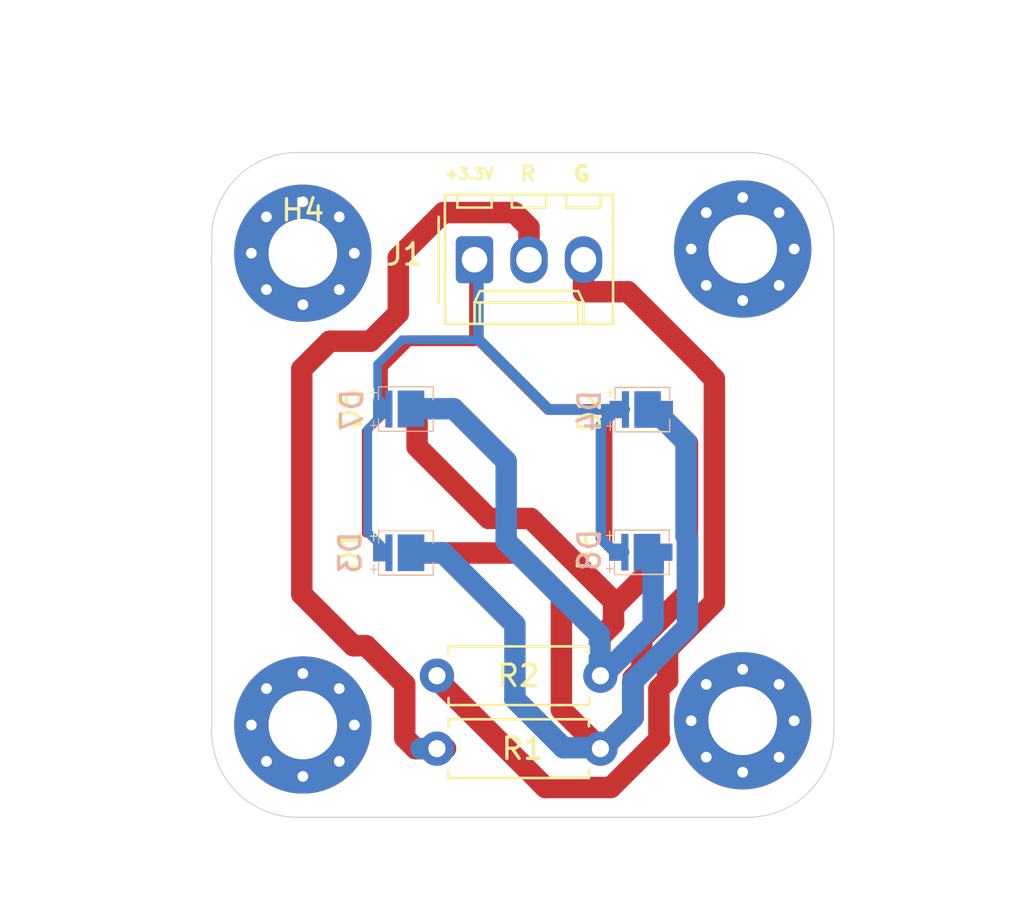
<source format=kicad_pcb>
(kicad_pcb (version 20171130) (host pcbnew "(5.1.9)-1")

  (general
    (thickness 1.6)
    (drawings 17)
    (tracks 117)
    (zones 0)
    (modules 15)
    (nets 10)
  )

  (page A4)
  (layers
    (0 F.Cu jumper)
    (31 B.Cu signal)
    (32 B.Adhes user)
    (33 F.Adhes user)
    (34 B.Paste user)
    (35 F.Paste user)
    (36 B.SilkS user)
    (37 F.SilkS user)
    (38 B.Mask user)
    (39 F.Mask user)
    (40 Dwgs.User user)
    (41 Cmts.User user)
    (42 Eco1.User user)
    (43 Eco2.User user)
    (44 Edge.Cuts user)
    (45 Margin user)
    (46 B.CrtYd user)
    (47 F.CrtYd user)
    (48 B.Fab user hide)
    (49 F.Fab user hide)
  )

  (setup
    (last_trace_width 0.5)
    (user_trace_width 0.3)
    (user_trace_width 0.4)
    (user_trace_width 0.5)
    (user_trace_width 0.75)
    (user_trace_width 1)
    (trace_clearance 0.2)
    (zone_clearance 0.208)
    (zone_45_only no)
    (trace_min 0.2)
    (via_size 0.8)
    (via_drill 0.4)
    (via_min_size 0.4)
    (via_min_drill 0.3)
    (uvia_size 0.3)
    (uvia_drill 0.1)
    (uvias_allowed no)
    (uvia_min_size 0.2)
    (uvia_min_drill 0.1)
    (edge_width 0.05)
    (segment_width 0.2)
    (pcb_text_width 0.3)
    (pcb_text_size 1.5 1.5)
    (mod_edge_width 0.12)
    (mod_text_size 1 1)
    (mod_text_width 0.15)
    (pad_size 1.524 1.524)
    (pad_drill 0.762)
    (pad_to_mask_clearance 0)
    (aux_axis_origin 0 0)
    (visible_elements 7FFFFFFF)
    (pcbplotparams
      (layerselection 0x010f0_ffffffff)
      (usegerberextensions true)
      (usegerberattributes true)
      (usegerberadvancedattributes true)
      (creategerberjobfile false)
      (excludeedgelayer true)
      (linewidth 0.100000)
      (plotframeref false)
      (viasonmask false)
      (mode 1)
      (useauxorigin false)
      (hpglpennumber 1)
      (hpglpenspeed 20)
      (hpglpendiameter 15.000000)
      (psnegative false)
      (psa4output false)
      (plotreference true)
      (plotvalue false)
      (plotinvisibletext false)
      (padsonsilk true)
      (subtractmaskfromsilk false)
      (outputformat 1)
      (mirror false)
      (drillshape 0)
      (scaleselection 1)
      (outputdirectory "Gerbers/"))
  )

  (net 0 "")
  (net 1 "Net-(D1-Pad1)")
  (net 2 +3V3)
  (net 3 "Net-(D5-Pad1)")
  (net 4 "Net-(H1-Pad1)")
  (net 5 "Net-(H2-Pad1)")
  (net 6 "Net-(H3-Pad1)")
  (net 7 "Net-(H4-Pad1)")
  (net 8 Path_Red)
  (net 9 Path_Green)

  (net_class Default "This is the default net class."
    (clearance 0.2)
    (trace_width 0.25)
    (via_dia 0.8)
    (via_drill 0.4)
    (uvia_dia 0.3)
    (uvia_drill 0.1)
    (add_net +3V3)
    (add_net "Net-(D1-Pad1)")
    (add_net "Net-(D5-Pad1)")
    (add_net "Net-(H1-Pad1)")
    (add_net "Net-(H2-Pad1)")
    (add_net "Net-(H3-Pad1)")
    (add_net "Net-(H4-Pad1)")
    (add_net Path_Green)
    (add_net Path_Red)
  )

  (module Resistor_THT:R_Axial_DIN0207_L6.3mm_D2.5mm_P7.62mm_Horizontal (layer F.Cu) (tedit 5AE5139B) (tstamp 6077B08A)
    (at 125.5 65.4)
    (descr "Resistor, Axial_DIN0207 series, Axial, Horizontal, pin pitch=7.62mm, 0.25W = 1/4W, length*diameter=6.3*2.5mm^2, http://cdn-reichelt.de/documents/datenblatt/B400/1_4W%23YAG.pdf")
    (tags "Resistor Axial_DIN0207 series Axial Horizontal pin pitch 7.62mm 0.25W = 1/4W length 6.3mm diameter 2.5mm")
    (path /607D10A5)
    (fp_text reference R2 (at 3.8 0 180) (layer F.SilkS)
      (effects (font (size 1 1) (thickness 0.15)))
    )
    (fp_text value 22 (at 3.81 2.37) (layer F.Fab)
      (effects (font (size 1 1) (thickness 0.15)))
    )
    (fp_line (start 0.66 -1.25) (end 0.66 1.25) (layer F.Fab) (width 0.1))
    (fp_line (start 0.66 1.25) (end 6.96 1.25) (layer F.Fab) (width 0.1))
    (fp_line (start 6.96 1.25) (end 6.96 -1.25) (layer F.Fab) (width 0.1))
    (fp_line (start 6.96 -1.25) (end 0.66 -1.25) (layer F.Fab) (width 0.1))
    (fp_line (start 0 0) (end 0.66 0) (layer F.Fab) (width 0.1))
    (fp_line (start 7.62 0) (end 6.96 0) (layer F.Fab) (width 0.1))
    (fp_line (start 0.54 -1.04) (end 0.54 -1.37) (layer F.SilkS) (width 0.12))
    (fp_line (start 0.54 -1.37) (end 7.08 -1.37) (layer F.SilkS) (width 0.12))
    (fp_line (start 7.08 -1.37) (end 7.08 -1.04) (layer F.SilkS) (width 0.12))
    (fp_line (start 0.54 1.04) (end 0.54 1.37) (layer F.SilkS) (width 0.12))
    (fp_line (start 0.54 1.37) (end 7.08 1.37) (layer F.SilkS) (width 0.12))
    (fp_line (start 7.08 1.37) (end 7.08 1.04) (layer F.SilkS) (width 0.12))
    (fp_line (start -1.05 -1.5) (end -1.05 1.5) (layer F.CrtYd) (width 0.05))
    (fp_line (start -1.05 1.5) (end 8.67 1.5) (layer F.CrtYd) (width 0.05))
    (fp_line (start 8.67 1.5) (end 8.67 -1.5) (layer F.CrtYd) (width 0.05))
    (fp_line (start 8.67 -1.5) (end -1.05 -1.5) (layer F.CrtYd) (width 0.05))
    (fp_text user %R (at 3.81 0) (layer F.Fab)
      (effects (font (size 1 1) (thickness 0.15)))
    )
    (pad 2 thru_hole oval (at 7.62 0) (size 1.6 1.6) (drill 0.8) (layers *.Cu *.Mask)
      (net 3 "Net-(D5-Pad1)"))
    (pad 1 thru_hole circle (at 0 0) (size 1.6 1.6) (drill 0.8) (layers *.Cu *.Mask)
      (net 9 Path_Green))
    (model ${KISYS3DMOD}/Resistor_THT.3dshapes/R_Axial_DIN0207_L6.3mm_D2.5mm_P7.62mm_Horizontal.wrl
      (at (xyz 0 0 0))
      (scale (xyz 1 1 1))
      (rotate (xyz 0 0 0))
    )
  )

  (module "TSAL_LEDS_FOOTPRINT:LED_KT DDLM31.13" (layer F.Cu) (tedit 612E9B78) (tstamp 6077AFD2)
    (at 123.95 53 90)
    (path /607D10AB)
    (fp_text reference D5 (at 0.041 -2.5126 90) (layer F.SilkS)
      (effects (font (size 1 1) (thickness 0.15)))
    )
    (fp_text value LED (at 0 3.42 90) (layer F.Fab)
      (effects (font (size 1 1) (thickness 0.15)))
    )
    (fp_line (start 0.8 -1.55) (end 0.8 -1.25) (layer F.SilkS) (width 0.05))
    (fp_line (start 0.575 -1.4) (end 1 -1.4) (layer F.SilkS) (width 0.05))
    (fp_line (start 1.075 1.375) (end 0.475 1.375) (layer F.SilkS) (width 0.05))
    (fp_line (start 1.075 -1.175) (end 1.075 1.375) (layer F.SilkS) (width 0.05))
    (fp_line (start 0.475 -1.175) (end 1.075 -1.175) (layer F.SilkS) (width 0.05))
    (fp_line (start -1 1.375) (end -0.45 1.375) (layer F.SilkS) (width 0.05))
    (fp_line (start -1 -1.175) (end -1 1.375) (layer F.SilkS) (width 0.05))
    (fp_line (start -0.45 -1.175) (end -1 -1.175) (layer F.SilkS) (width 0.05))
    (fp_line (start 0.8 -1.55) (end 0.8 -1.25) (layer F.Fab) (width 0.05))
    (fp_line (start 0.6 -1.4) (end 1 -1.4) (layer F.Fab) (width 0.05))
    (fp_line (start 0.875 1.3) (end 1 1.3) (layer F.Fab) (width 0.05))
    (fp_line (start -0.85 -1.1) (end -0.925 -1.1) (layer F.Fab) (width 0.05))
    (fp_circle (center 0 0) (end 0.6 0) (layer F.Fab) (width 0.05))
    (fp_line (start -0.925 1.3) (end -0.925 -1.1) (layer F.Fab) (width 0.05))
    (fp_line (start 0.875 1.3) (end -0.925 1.3) (layer F.Fab) (width 0.05))
    (fp_line (start 1 -1.1) (end 1 1.3) (layer F.Fab) (width 0.05))
    (fp_line (start -0.85 -1.1) (end 1 -1.1) (layer F.Fab) (width 0.05))
    (fp_line (start -1.075 1.775) (end -1.075 -1.625) (layer F.CrtYd) (width 0.05))
    (fp_line (start 1.15 1.775) (end -1.075 1.775) (layer F.CrtYd) (width 0.05))
    (fp_line (start 1.15 -1.625) (end 1.15 1.775) (layer F.CrtYd) (width 0.05))
    (fp_line (start -1.075 -1.625) (end 1.15 -1.625) (layer F.CrtYd) (width 0.05))
    (pad 2 smd custom (at 0.025 -0.725 90) (size 0.8 0.4) (layers F.Cu F.Paste F.Mask)
      (net 2 +3V3) (zone_connect 0)
      (options (clearance outline) (anchor rect))
      (primitives
        (gr_poly (pts
           (xy -0.85 0.2) (xy 0.85 0.2) (xy 0.85 -0.13) (xy 0.4 -0.13) (xy 0.4 -0.7)
           (xy -0.4 -0.7) (xy -0.4 -0.13) (xy -0.85 -0.13)) (width 0))
      ))
    (pad 1 smd custom (at 0.025 0.625 90) (size 0.7 0.6) (layers F.Cu F.Paste F.Mask)
      (net 3 "Net-(D5-Pad1)") (zone_connect 0)
      (options (clearance outline) (anchor rect))
      (primitives
        (gr_poly (pts
           (xy -0.85 -0.9) (xy 0.85 -0.9) (xy 0.85 0.33) (xy 0.4 0.33) (xy 0.4 0.9)
           (xy -0.4 0.9) (xy -0.4 0.33) (xy -0.85 0.33)) (width 0))
      ))
  )

  (module "TSAL_LEDS_FOOTPRINT:LED_KT DDLM31.13" (layer B.Cu) (tedit 612E9B78) (tstamp 6077AFF4)
    (at 123.95 52.925 270)
    (path /607D10B7)
    (fp_text reference D7 (at 0.0848 2.4 90) (layer B.SilkS)
      (effects (font (size 1 1) (thickness 0.15)) (justify mirror))
    )
    (fp_text value LED (at 0 -3.42 90) (layer B.Fab)
      (effects (font (size 1 1) (thickness 0.15)) (justify mirror))
    )
    (fp_line (start 0.8 1.55) (end 0.8 1.25) (layer B.SilkS) (width 0.05))
    (fp_line (start 0.575 1.4) (end 1 1.4) (layer B.SilkS) (width 0.05))
    (fp_line (start 1.075 -1.375) (end 0.475 -1.375) (layer B.SilkS) (width 0.05))
    (fp_line (start 1.075 1.175) (end 1.075 -1.375) (layer B.SilkS) (width 0.05))
    (fp_line (start 0.475 1.175) (end 1.075 1.175) (layer B.SilkS) (width 0.05))
    (fp_line (start -1 -1.375) (end -0.45 -1.375) (layer B.SilkS) (width 0.05))
    (fp_line (start -1 1.175) (end -1 -1.375) (layer B.SilkS) (width 0.05))
    (fp_line (start -0.45 1.175) (end -1 1.175) (layer B.SilkS) (width 0.05))
    (fp_line (start 0.8 1.55) (end 0.8 1.25) (layer B.Fab) (width 0.05))
    (fp_line (start 0.6 1.4) (end 1 1.4) (layer B.Fab) (width 0.05))
    (fp_line (start 0.875 -1.3) (end 1 -1.3) (layer B.Fab) (width 0.05))
    (fp_line (start -0.85 1.1) (end -0.925 1.1) (layer B.Fab) (width 0.05))
    (fp_circle (center 0 0) (end 0.6 0) (layer B.Fab) (width 0.05))
    (fp_line (start -0.925 -1.3) (end -0.925 1.1) (layer B.Fab) (width 0.05))
    (fp_line (start 0.875 -1.3) (end -0.925 -1.3) (layer B.Fab) (width 0.05))
    (fp_line (start 1 1.1) (end 1 -1.3) (layer B.Fab) (width 0.05))
    (fp_line (start -0.85 1.1) (end 1 1.1) (layer B.Fab) (width 0.05))
    (fp_line (start -1.075 -1.775) (end -1.075 1.625) (layer B.CrtYd) (width 0.05))
    (fp_line (start 1.15 -1.775) (end -1.075 -1.775) (layer B.CrtYd) (width 0.05))
    (fp_line (start 1.15 1.625) (end 1.15 -1.775) (layer B.CrtYd) (width 0.05))
    (fp_line (start -1.075 1.625) (end 1.15 1.625) (layer B.CrtYd) (width 0.05))
    (pad 2 smd custom (at 0.025 0.725 270) (size 0.8 0.4) (layers B.Cu B.Paste B.Mask)
      (net 2 +3V3) (zone_connect 0)
      (options (clearance outline) (anchor rect))
      (primitives
        (gr_poly (pts
           (xy -0.85 -0.2) (xy 0.85 -0.2) (xy 0.85 0.13) (xy 0.4 0.13) (xy 0.4 0.7)
           (xy -0.4 0.7) (xy -0.4 0.13) (xy -0.85 0.13)) (width 0))
      ))
    (pad 1 smd custom (at 0.025 -0.625 270) (size 0.7 0.6) (layers B.Cu B.Paste B.Mask)
      (net 3 "Net-(D5-Pad1)") (zone_connect 0)
      (options (clearance outline) (anchor rect))
      (primitives
        (gr_poly (pts
           (xy -0.85 0.9) (xy 0.85 0.9) (xy 0.85 -0.33) (xy 0.4 -0.33) (xy 0.4 -0.9)
           (xy -0.4 -0.9) (xy -0.4 -0.33) (xy -0.85 -0.33)) (width 0))
      ))
  )

  (module "TSAL_LEDS_FOOTPRINT:LED_KT DDLM31.13" (layer B.Cu) (tedit 612E9B78) (tstamp 6077B005)
    (at 134.9502 59.6138 270)
    (path /607D10BD)
    (fp_text reference D8 (at -0.0762 2.3368 90) (layer B.SilkS)
      (effects (font (size 1 1) (thickness 0.15)) (justify mirror))
    )
    (fp_text value LED (at 0 -3.42 90) (layer B.Fab)
      (effects (font (size 1 1) (thickness 0.15)) (justify mirror))
    )
    (fp_line (start 0.8 1.55) (end 0.8 1.25) (layer B.SilkS) (width 0.05))
    (fp_line (start 0.575 1.4) (end 1 1.4) (layer B.SilkS) (width 0.05))
    (fp_line (start 1.075 -1.375) (end 0.475 -1.375) (layer B.SilkS) (width 0.05))
    (fp_line (start 1.075 1.175) (end 1.075 -1.375) (layer B.SilkS) (width 0.05))
    (fp_line (start 0.475 1.175) (end 1.075 1.175) (layer B.SilkS) (width 0.05))
    (fp_line (start -1 -1.375) (end -0.45 -1.375) (layer B.SilkS) (width 0.05))
    (fp_line (start -1 1.175) (end -1 -1.375) (layer B.SilkS) (width 0.05))
    (fp_line (start -0.45 1.175) (end -1 1.175) (layer B.SilkS) (width 0.05))
    (fp_line (start 0.8 1.55) (end 0.8 1.25) (layer B.Fab) (width 0.05))
    (fp_line (start 0.6 1.4) (end 1 1.4) (layer B.Fab) (width 0.05))
    (fp_line (start 0.875 -1.3) (end 1 -1.3) (layer B.Fab) (width 0.05))
    (fp_line (start -0.85 1.1) (end -0.925 1.1) (layer B.Fab) (width 0.05))
    (fp_circle (center 0 0) (end 0.6 0) (layer B.Fab) (width 0.05))
    (fp_line (start -0.925 -1.3) (end -0.925 1.1) (layer B.Fab) (width 0.05))
    (fp_line (start 0.875 -1.3) (end -0.925 -1.3) (layer B.Fab) (width 0.05))
    (fp_line (start 1 1.1) (end 1 -1.3) (layer B.Fab) (width 0.05))
    (fp_line (start -0.85 1.1) (end 1 1.1) (layer B.Fab) (width 0.05))
    (fp_line (start -1.075 -1.775) (end -1.075 1.625) (layer B.CrtYd) (width 0.05))
    (fp_line (start 1.15 -1.775) (end -1.075 -1.775) (layer B.CrtYd) (width 0.05))
    (fp_line (start 1.15 1.625) (end 1.15 -1.775) (layer B.CrtYd) (width 0.05))
    (fp_line (start -1.075 1.625) (end 1.15 1.625) (layer B.CrtYd) (width 0.05))
    (pad 2 smd custom (at 0.025 0.725 270) (size 0.8 0.4) (layers B.Cu B.Paste B.Mask)
      (net 2 +3V3) (zone_connect 0)
      (options (clearance outline) (anchor rect))
      (primitives
        (gr_poly (pts
           (xy -0.85 -0.2) (xy 0.85 -0.2) (xy 0.85 0.13) (xy 0.4 0.13) (xy 0.4 0.7)
           (xy -0.4 0.7) (xy -0.4 0.13) (xy -0.85 0.13)) (width 0))
      ))
    (pad 1 smd custom (at 0.025 -0.625 270) (size 0.7 0.6) (layers B.Cu B.Paste B.Mask)
      (net 3 "Net-(D5-Pad1)") (zone_connect 0)
      (options (clearance outline) (anchor rect))
      (primitives
        (gr_poly (pts
           (xy -0.85 0.9) (xy 0.85 0.9) (xy 0.85 -0.33) (xy 0.4 -0.33) (xy 0.4 -0.9)
           (xy -0.4 -0.9) (xy -0.4 -0.33) (xy -0.85 -0.33)) (width 0))
      ))
  )

  (module "TSAL_LEDS_FOOTPRINT:LED_KT DDLM31.13" (layer F.Cu) (tedit 612E9B78) (tstamp 612F1051)
    (at 134.9502 59.6642 90)
    (path /607D10B1)
    (fp_text reference D6 (at 0.1266 -2.3622 90) (layer F.SilkS)
      (effects (font (size 1 1) (thickness 0.15)))
    )
    (fp_text value LED (at 0 3.42 90) (layer F.Fab)
      (effects (font (size 1 1) (thickness 0.15)))
    )
    (fp_line (start 0.8 -1.55) (end 0.8 -1.25) (layer F.SilkS) (width 0.05))
    (fp_line (start 0.575 -1.4) (end 1 -1.4) (layer F.SilkS) (width 0.05))
    (fp_line (start 1.075 1.375) (end 0.475 1.375) (layer F.SilkS) (width 0.05))
    (fp_line (start 1.075 -1.175) (end 1.075 1.375) (layer F.SilkS) (width 0.05))
    (fp_line (start 0.475 -1.175) (end 1.075 -1.175) (layer F.SilkS) (width 0.05))
    (fp_line (start -1 1.375) (end -0.45 1.375) (layer F.SilkS) (width 0.05))
    (fp_line (start -1 -1.175) (end -1 1.375) (layer F.SilkS) (width 0.05))
    (fp_line (start -0.45 -1.175) (end -1 -1.175) (layer F.SilkS) (width 0.05))
    (fp_line (start 0.8 -1.55) (end 0.8 -1.25) (layer F.Fab) (width 0.05))
    (fp_line (start 0.6 -1.4) (end 1 -1.4) (layer F.Fab) (width 0.05))
    (fp_line (start 0.875 1.3) (end 1 1.3) (layer F.Fab) (width 0.05))
    (fp_line (start -0.85 -1.1) (end -0.925 -1.1) (layer F.Fab) (width 0.05))
    (fp_circle (center 0 0) (end 0.6 0) (layer F.Fab) (width 0.05))
    (fp_line (start -0.925 1.3) (end -0.925 -1.1) (layer F.Fab) (width 0.05))
    (fp_line (start 0.875 1.3) (end -0.925 1.3) (layer F.Fab) (width 0.05))
    (fp_line (start 1 -1.1) (end 1 1.3) (layer F.Fab) (width 0.05))
    (fp_line (start -0.85 -1.1) (end 1 -1.1) (layer F.Fab) (width 0.05))
    (fp_line (start -1.075 1.775) (end -1.075 -1.625) (layer F.CrtYd) (width 0.05))
    (fp_line (start 1.15 1.775) (end -1.075 1.775) (layer F.CrtYd) (width 0.05))
    (fp_line (start 1.15 -1.625) (end 1.15 1.775) (layer F.CrtYd) (width 0.05))
    (fp_line (start -1.075 -1.625) (end 1.15 -1.625) (layer F.CrtYd) (width 0.05))
    (pad 2 smd custom (at 0.025 -0.725 90) (size 0.8 0.4) (layers F.Cu F.Paste F.Mask)
      (net 2 +3V3) (zone_connect 0)
      (options (clearance outline) (anchor rect))
      (primitives
        (gr_poly (pts
           (xy -0.85 0.2) (xy 0.85 0.2) (xy 0.85 -0.13) (xy 0.4 -0.13) (xy 0.4 -0.7)
           (xy -0.4 -0.7) (xy -0.4 -0.13) (xy -0.85 -0.13)) (width 0))
      ))
    (pad 1 smd custom (at 0.025 0.625 90) (size 0.7 0.6) (layers F.Cu F.Paste F.Mask)
      (net 3 "Net-(D5-Pad1)") (zone_connect 0)
      (options (clearance outline) (anchor rect))
      (primitives
        (gr_poly (pts
           (xy -0.85 -0.9) (xy 0.85 -0.9) (xy 0.85 0.33) (xy 0.4 0.33) (xy 0.4 0.9)
           (xy -0.4 0.9) (xy -0.4 0.33) (xy -0.85 0.33)) (width 0))
      ))
  )

  (module "TSAL_LEDS_FOOTPRINT:LED_KT DDLM31.13" (layer B.Cu) (tedit 612E9B78) (tstamp 6077AFC1)
    (at 134.9756 52.959 270)
    (path /6077F442)
    (fp_text reference D4 (at 0.1016 2.3622 90) (layer B.SilkS)
      (effects (font (size 1 1) (thickness 0.15)) (justify mirror))
    )
    (fp_text value LED (at 0 -3.42 90) (layer B.Fab)
      (effects (font (size 1 1) (thickness 0.15)) (justify mirror))
    )
    (fp_line (start 0.8 1.55) (end 0.8 1.25) (layer B.SilkS) (width 0.05))
    (fp_line (start 0.575 1.4) (end 1 1.4) (layer B.SilkS) (width 0.05))
    (fp_line (start 1.075 -1.375) (end 0.475 -1.375) (layer B.SilkS) (width 0.05))
    (fp_line (start 1.075 1.175) (end 1.075 -1.375) (layer B.SilkS) (width 0.05))
    (fp_line (start 0.475 1.175) (end 1.075 1.175) (layer B.SilkS) (width 0.05))
    (fp_line (start -1 -1.375) (end -0.45 -1.375) (layer B.SilkS) (width 0.05))
    (fp_line (start -1 1.175) (end -1 -1.375) (layer B.SilkS) (width 0.05))
    (fp_line (start -0.45 1.175) (end -1 1.175) (layer B.SilkS) (width 0.05))
    (fp_line (start 0.8 1.55) (end 0.8 1.25) (layer B.Fab) (width 0.05))
    (fp_line (start 0.6 1.4) (end 1 1.4) (layer B.Fab) (width 0.05))
    (fp_line (start 0.875 -1.3) (end 1 -1.3) (layer B.Fab) (width 0.05))
    (fp_line (start -0.85 1.1) (end -0.925 1.1) (layer B.Fab) (width 0.05))
    (fp_circle (center 0 0) (end 0.6 0) (layer B.Fab) (width 0.05))
    (fp_line (start -0.925 -1.3) (end -0.925 1.1) (layer B.Fab) (width 0.05))
    (fp_line (start 0.875 -1.3) (end -0.925 -1.3) (layer B.Fab) (width 0.05))
    (fp_line (start 1 1.1) (end 1 -1.3) (layer B.Fab) (width 0.05))
    (fp_line (start -0.85 1.1) (end 1 1.1) (layer B.Fab) (width 0.05))
    (fp_line (start -1.075 -1.775) (end -1.075 1.625) (layer B.CrtYd) (width 0.05))
    (fp_line (start 1.15 -1.775) (end -1.075 -1.775) (layer B.CrtYd) (width 0.05))
    (fp_line (start 1.15 1.625) (end 1.15 -1.775) (layer B.CrtYd) (width 0.05))
    (fp_line (start -1.075 1.625) (end 1.15 1.625) (layer B.CrtYd) (width 0.05))
    (pad 2 smd custom (at 0.025 0.725 270) (size 0.8 0.4) (layers B.Cu B.Paste B.Mask)
      (net 2 +3V3) (zone_connect 0)
      (options (clearance outline) (anchor rect))
      (primitives
        (gr_poly (pts
           (xy -0.85 -0.2) (xy 0.85 -0.2) (xy 0.85 0.13) (xy 0.4 0.13) (xy 0.4 0.7)
           (xy -0.4 0.7) (xy -0.4 0.13) (xy -0.85 0.13)) (width 0))
      ))
    (pad 1 smd custom (at 0.025 -0.625 270) (size 0.7 0.6) (layers B.Cu B.Paste B.Mask)
      (net 1 "Net-(D1-Pad1)") (zone_connect 0)
      (options (clearance outline) (anchor rect))
      (primitives
        (gr_poly (pts
           (xy -0.85 0.9) (xy 0.85 0.9) (xy 0.85 -0.33) (xy 0.4 -0.33) (xy 0.4 -0.9)
           (xy -0.4 -0.9) (xy -0.4 -0.33) (xy -0.85 -0.33)) (width 0))
      ))
  )

  (module "TSAL_LEDS_FOOTPRINT:LED_KT DDLM31.13" (layer B.Cu) (tedit 612E9B78) (tstamp 612F0E06)
    (at 123.952 59.6392 270)
    (path /6077F083)
    (fp_text reference D3 (at 0.0254 2.4892 90) (layer B.SilkS)
      (effects (font (size 1 1) (thickness 0.15)) (justify mirror))
    )
    (fp_text value LED (at 0 -3.42 90) (layer B.Fab)
      (effects (font (size 1 1) (thickness 0.15)) (justify mirror))
    )
    (fp_line (start 0.8 1.55) (end 0.8 1.25) (layer B.SilkS) (width 0.05))
    (fp_line (start 0.575 1.4) (end 1 1.4) (layer B.SilkS) (width 0.05))
    (fp_line (start 1.075 -1.375) (end 0.475 -1.375) (layer B.SilkS) (width 0.05))
    (fp_line (start 1.075 1.175) (end 1.075 -1.375) (layer B.SilkS) (width 0.05))
    (fp_line (start 0.475 1.175) (end 1.075 1.175) (layer B.SilkS) (width 0.05))
    (fp_line (start -1 -1.375) (end -0.45 -1.375) (layer B.SilkS) (width 0.05))
    (fp_line (start -1 1.175) (end -1 -1.375) (layer B.SilkS) (width 0.05))
    (fp_line (start -0.45 1.175) (end -1 1.175) (layer B.SilkS) (width 0.05))
    (fp_line (start 0.8 1.55) (end 0.8 1.25) (layer B.Fab) (width 0.05))
    (fp_line (start 0.6 1.4) (end 1 1.4) (layer B.Fab) (width 0.05))
    (fp_line (start 0.875 -1.3) (end 1 -1.3) (layer B.Fab) (width 0.05))
    (fp_line (start -0.85 1.1) (end -0.925 1.1) (layer B.Fab) (width 0.05))
    (fp_circle (center 0 0) (end 0.6 0) (layer B.Fab) (width 0.05))
    (fp_line (start -0.925 -1.3) (end -0.925 1.1) (layer B.Fab) (width 0.05))
    (fp_line (start 0.875 -1.3) (end -0.925 -1.3) (layer B.Fab) (width 0.05))
    (fp_line (start 1 1.1) (end 1 -1.3) (layer B.Fab) (width 0.05))
    (fp_line (start -0.85 1.1) (end 1 1.1) (layer B.Fab) (width 0.05))
    (fp_line (start -1.075 -1.775) (end -1.075 1.625) (layer B.CrtYd) (width 0.05))
    (fp_line (start 1.15 -1.775) (end -1.075 -1.775) (layer B.CrtYd) (width 0.05))
    (fp_line (start 1.15 1.625) (end 1.15 -1.775) (layer B.CrtYd) (width 0.05))
    (fp_line (start -1.075 1.625) (end 1.15 1.625) (layer B.CrtYd) (width 0.05))
    (pad 2 smd custom (at 0.025 0.725 270) (size 0.8 0.4) (layers B.Cu B.Paste B.Mask)
      (net 2 +3V3) (zone_connect 0)
      (options (clearance outline) (anchor rect))
      (primitives
        (gr_poly (pts
           (xy -0.85 -0.2) (xy 0.85 -0.2) (xy 0.85 0.13) (xy 0.4 0.13) (xy 0.4 0.7)
           (xy -0.4 0.7) (xy -0.4 0.13) (xy -0.85 0.13)) (width 0))
      ))
    (pad 1 smd custom (at 0.025 -0.625 270) (size 0.7 0.6) (layers B.Cu B.Paste B.Mask)
      (net 1 "Net-(D1-Pad1)") (zone_connect 0)
      (options (clearance outline) (anchor rect))
      (primitives
        (gr_poly (pts
           (xy -0.85 0.9) (xy 0.85 0.9) (xy 0.85 -0.33) (xy 0.4 -0.33) (xy 0.4 -0.9)
           (xy -0.4 -0.9) (xy -0.4 -0.33) (xy -0.85 -0.33)) (width 0))
      ))
  )

  (module "TSAL_LEDS_FOOTPRINT:LED_KT DDLM31.13" (layer F.Cu) (tedit 612E9B78) (tstamp 6077AF9F)
    (at 134.9756 53.0098 90)
    (path /6077E466)
    (fp_text reference D2 (at -0.0508 -2.3622 90) (layer F.SilkS)
      (effects (font (size 1 1) (thickness 0.15)))
    )
    (fp_text value LED (at 0 3.42 90) (layer F.Fab)
      (effects (font (size 1 1) (thickness 0.15)))
    )
    (fp_line (start 0.8 -1.55) (end 0.8 -1.25) (layer F.SilkS) (width 0.05))
    (fp_line (start 0.575 -1.4) (end 1 -1.4) (layer F.SilkS) (width 0.05))
    (fp_line (start 1.075 1.375) (end 0.475 1.375) (layer F.SilkS) (width 0.05))
    (fp_line (start 1.075 -1.175) (end 1.075 1.375) (layer F.SilkS) (width 0.05))
    (fp_line (start 0.475 -1.175) (end 1.075 -1.175) (layer F.SilkS) (width 0.05))
    (fp_line (start -1 1.375) (end -0.45 1.375) (layer F.SilkS) (width 0.05))
    (fp_line (start -1 -1.175) (end -1 1.375) (layer F.SilkS) (width 0.05))
    (fp_line (start -0.45 -1.175) (end -1 -1.175) (layer F.SilkS) (width 0.05))
    (fp_line (start 0.8 -1.55) (end 0.8 -1.25) (layer F.Fab) (width 0.05))
    (fp_line (start 0.6 -1.4) (end 1 -1.4) (layer F.Fab) (width 0.05))
    (fp_line (start 0.875 1.3) (end 1 1.3) (layer F.Fab) (width 0.05))
    (fp_line (start -0.85 -1.1) (end -0.925 -1.1) (layer F.Fab) (width 0.05))
    (fp_circle (center 0 0) (end 0.6 0) (layer F.Fab) (width 0.05))
    (fp_line (start -0.925 1.3) (end -0.925 -1.1) (layer F.Fab) (width 0.05))
    (fp_line (start 0.875 1.3) (end -0.925 1.3) (layer F.Fab) (width 0.05))
    (fp_line (start 1 -1.1) (end 1 1.3) (layer F.Fab) (width 0.05))
    (fp_line (start -0.85 -1.1) (end 1 -1.1) (layer F.Fab) (width 0.05))
    (fp_line (start -1.075 1.775) (end -1.075 -1.625) (layer F.CrtYd) (width 0.05))
    (fp_line (start 1.15 1.775) (end -1.075 1.775) (layer F.CrtYd) (width 0.05))
    (fp_line (start 1.15 -1.625) (end 1.15 1.775) (layer F.CrtYd) (width 0.05))
    (fp_line (start -1.075 -1.625) (end 1.15 -1.625) (layer F.CrtYd) (width 0.05))
    (pad 2 smd custom (at 0.025 -0.725 90) (size 0.8 0.4) (layers F.Cu F.Paste F.Mask)
      (net 2 +3V3) (zone_connect 0)
      (options (clearance outline) (anchor rect))
      (primitives
        (gr_poly (pts
           (xy -0.85 0.2) (xy 0.85 0.2) (xy 0.85 -0.13) (xy 0.4 -0.13) (xy 0.4 -0.7)
           (xy -0.4 -0.7) (xy -0.4 -0.13) (xy -0.85 -0.13)) (width 0))
      ))
    (pad 1 smd custom (at 0.025 0.625 90) (size 0.7 0.6) (layers F.Cu F.Paste F.Mask)
      (net 1 "Net-(D1-Pad1)") (zone_connect 0)
      (options (clearance outline) (anchor rect))
      (primitives
        (gr_poly (pts
           (xy -0.85 -0.9) (xy 0.85 -0.9) (xy 0.85 0.33) (xy 0.4 0.33) (xy 0.4 0.9)
           (xy -0.4 0.9) (xy -0.4 0.33) (xy -0.85 0.33)) (width 0))
      ))
  )

  (module "TSAL_LEDS_FOOTPRINT:LED_KT DDLM31.13" (layer F.Cu) (tedit 612E9B78) (tstamp 612F0E6F)
    (at 123.952 59.69 90)
    (path /60778BBD)
    (fp_text reference D1 (at 0.1016 -2.5146 90) (layer F.SilkS)
      (effects (font (size 1 1) (thickness 0.15)))
    )
    (fp_text value LED (at 0 3.42 90) (layer F.Fab)
      (effects (font (size 1 1) (thickness 0.15)))
    )
    (fp_line (start 0.8 -1.55) (end 0.8 -1.25) (layer F.SilkS) (width 0.05))
    (fp_line (start 0.575 -1.4) (end 1 -1.4) (layer F.SilkS) (width 0.05))
    (fp_line (start 1.075 1.375) (end 0.475 1.375) (layer F.SilkS) (width 0.05))
    (fp_line (start 1.075 -1.175) (end 1.075 1.375) (layer F.SilkS) (width 0.05))
    (fp_line (start 0.475 -1.175) (end 1.075 -1.175) (layer F.SilkS) (width 0.05))
    (fp_line (start -1 1.375) (end -0.45 1.375) (layer F.SilkS) (width 0.05))
    (fp_line (start -1 -1.175) (end -1 1.375) (layer F.SilkS) (width 0.05))
    (fp_line (start -0.45 -1.175) (end -1 -1.175) (layer F.SilkS) (width 0.05))
    (fp_line (start 0.8 -1.55) (end 0.8 -1.25) (layer F.Fab) (width 0.05))
    (fp_line (start 0.6 -1.4) (end 1 -1.4) (layer F.Fab) (width 0.05))
    (fp_line (start 0.875 1.3) (end 1 1.3) (layer F.Fab) (width 0.05))
    (fp_line (start -0.85 -1.1) (end -0.925 -1.1) (layer F.Fab) (width 0.05))
    (fp_circle (center 0 0) (end 0.6 0) (layer F.Fab) (width 0.05))
    (fp_line (start -0.925 1.3) (end -0.925 -1.1) (layer F.Fab) (width 0.05))
    (fp_line (start 0.875 1.3) (end -0.925 1.3) (layer F.Fab) (width 0.05))
    (fp_line (start 1 -1.1) (end 1 1.3) (layer F.Fab) (width 0.05))
    (fp_line (start -0.85 -1.1) (end 1 -1.1) (layer F.Fab) (width 0.05))
    (fp_line (start -1.075 1.775) (end -1.075 -1.625) (layer F.CrtYd) (width 0.05))
    (fp_line (start 1.15 1.775) (end -1.075 1.775) (layer F.CrtYd) (width 0.05))
    (fp_line (start 1.15 -1.625) (end 1.15 1.775) (layer F.CrtYd) (width 0.05))
    (fp_line (start -1.075 -1.625) (end 1.15 -1.625) (layer F.CrtYd) (width 0.05))
    (pad 2 smd custom (at 0.025 -0.725 90) (size 0.8 0.4) (layers F.Cu F.Paste F.Mask)
      (net 2 +3V3) (zone_connect 0)
      (options (clearance outline) (anchor rect))
      (primitives
        (gr_poly (pts
           (xy -0.85 0.2) (xy 0.85 0.2) (xy 0.85 -0.13) (xy 0.4 -0.13) (xy 0.4 -0.7)
           (xy -0.4 -0.7) (xy -0.4 -0.13) (xy -0.85 -0.13)) (width 0))
      ))
    (pad 1 smd custom (at 0.025 0.625 90) (size 0.7 0.6) (layers F.Cu F.Paste F.Mask)
      (net 1 "Net-(D1-Pad1)") (zone_connect 0)
      (options (clearance outline) (anchor rect))
      (primitives
        (gr_poly (pts
           (xy -0.85 -0.9) (xy 0.85 -0.9) (xy 0.85 0.33) (xy 0.4 0.33) (xy 0.4 0.9)
           (xy -0.4 0.9) (xy -0.4 0.33) (xy -0.85 0.33)) (width 0))
      ))
  )

  (module Connector_Molex:Molex_KK-254_AE-6410-03A_1x03_P2.54mm_Vertical (layer F.Cu) (tedit 5EA53D3B) (tstamp 6077BBB7)
    (at 127.25 46)
    (descr "Molex KK-254 Interconnect System, old/engineering part number: AE-6410-03A example for new part number: 22-27-2031, 3 Pins (http://www.molex.com/pdm_docs/sd/022272021_sd.pdf), generated with kicad-footprint-generator")
    (tags "connector Molex KK-254 vertical")
    (path /6079464C)
    (fp_text reference J1 (at -3.25 -0.25) (layer F.SilkS)
      (effects (font (size 1 1) (thickness 0.15)))
    )
    (fp_text value Conn_01x03 (at 2.54 4.08) (layer F.Fab)
      (effects (font (size 1 1) (thickness 0.15)))
    )
    (fp_line (start 6.85 -3.42) (end -1.77 -3.42) (layer F.CrtYd) (width 0.05))
    (fp_line (start 6.85 3.38) (end 6.85 -3.42) (layer F.CrtYd) (width 0.05))
    (fp_line (start -1.77 3.38) (end 6.85 3.38) (layer F.CrtYd) (width 0.05))
    (fp_line (start -1.77 -3.42) (end -1.77 3.38) (layer F.CrtYd) (width 0.05))
    (fp_line (start 5.88 -2.43) (end 5.88 -3.03) (layer F.SilkS) (width 0.12))
    (fp_line (start 4.28 -2.43) (end 5.88 -2.43) (layer F.SilkS) (width 0.12))
    (fp_line (start 4.28 -3.03) (end 4.28 -2.43) (layer F.SilkS) (width 0.12))
    (fp_line (start 3.34 -2.43) (end 3.34 -3.03) (layer F.SilkS) (width 0.12))
    (fp_line (start 1.74 -2.43) (end 3.34 -2.43) (layer F.SilkS) (width 0.12))
    (fp_line (start 1.74 -3.03) (end 1.74 -2.43) (layer F.SilkS) (width 0.12))
    (fp_line (start 0.8 -2.43) (end 0.8 -3.03) (layer F.SilkS) (width 0.12))
    (fp_line (start -0.8 -2.43) (end 0.8 -2.43) (layer F.SilkS) (width 0.12))
    (fp_line (start -0.8 -3.03) (end -0.8 -2.43) (layer F.SilkS) (width 0.12))
    (fp_line (start 4.83 2.99) (end 4.83 1.99) (layer F.SilkS) (width 0.12))
    (fp_line (start 0.25 2.99) (end 0.25 1.99) (layer F.SilkS) (width 0.12))
    (fp_line (start 4.83 1.46) (end 5.08 1.99) (layer F.SilkS) (width 0.12))
    (fp_line (start 0.25 1.46) (end 4.83 1.46) (layer F.SilkS) (width 0.12))
    (fp_line (start 0 1.99) (end 0.25 1.46) (layer F.SilkS) (width 0.12))
    (fp_line (start 5.08 1.99) (end 5.08 2.99) (layer F.SilkS) (width 0.12))
    (fp_line (start 0 1.99) (end 5.08 1.99) (layer F.SilkS) (width 0.12))
    (fp_line (start 0 2.99) (end 0 1.99) (layer F.SilkS) (width 0.12))
    (fp_line (start -0.562893 0) (end -1.27 0.5) (layer F.Fab) (width 0.1))
    (fp_line (start -1.27 -0.5) (end -0.562893 0) (layer F.Fab) (width 0.1))
    (fp_line (start -1.67 -2) (end -1.67 2) (layer F.SilkS) (width 0.12))
    (fp_line (start 6.46 -3.03) (end -1.38 -3.03) (layer F.SilkS) (width 0.12))
    (fp_line (start 6.46 2.99) (end 6.46 -3.03) (layer F.SilkS) (width 0.12))
    (fp_line (start -1.38 2.99) (end 6.46 2.99) (layer F.SilkS) (width 0.12))
    (fp_line (start -1.38 -3.03) (end -1.38 2.99) (layer F.SilkS) (width 0.12))
    (fp_line (start 6.35 -2.92) (end -1.27 -2.92) (layer F.Fab) (width 0.1))
    (fp_line (start 6.35 2.88) (end 6.35 -2.92) (layer F.Fab) (width 0.1))
    (fp_line (start -1.27 2.88) (end 6.35 2.88) (layer F.Fab) (width 0.1))
    (fp_line (start -1.27 -2.92) (end -1.27 2.88) (layer F.Fab) (width 0.1))
    (fp_text user %R (at 2.54 -2.22) (layer F.Fab)
      (effects (font (size 1 1) (thickness 0.15)))
    )
    (pad 3 thru_hole oval (at 5.08 0) (size 1.74 2.19) (drill 1.19) (layers *.Cu *.Mask)
      (net 9 Path_Green))
    (pad 2 thru_hole oval (at 2.54 0) (size 1.74 2.19) (drill 1.19) (layers *.Cu *.Mask)
      (net 8 Path_Red))
    (pad 1 thru_hole roundrect (at 0 0) (size 1.74 2.19) (drill 1.19) (layers *.Cu *.Mask) (roundrect_rratio 0.1436775862068966)
      (net 2 +3V3))
    (model ${KISYS3DMOD}/Connector_Molex.3dshapes/Molex_KK-254_AE-6410-03A_1x03_P2.54mm_Vertical.wrl
      (at (xyz 0 0 0))
      (scale (xyz 1 1 1))
      (rotate (xyz 0 0 0))
    )
  )

  (module MountingHole:MountingHole_3.2mm_M3_Pad_Via (layer F.Cu) (tedit 56DDBCCA) (tstamp 6077B025)
    (at 139.75 67.5)
    (descr "Mounting Hole 3.2mm, M3")
    (tags "mounting hole 3.2mm m3")
    (path /607D9688)
    (attr virtual)
    (fp_text reference H2 (at 0 -4.2) (layer F.SilkS) hide
      (effects (font (size 1 1) (thickness 0.15)))
    )
    (fp_text value MountingHole_Pad (at 0 4.2) (layer F.Fab)
      (effects (font (size 1 1) (thickness 0.15)))
    )
    (fp_circle (center 0 0) (end 3.2 0) (layer Cmts.User) (width 0.15))
    (fp_circle (center 0 0) (end 3.45 0) (layer F.CrtYd) (width 0.05))
    (fp_text user %R (at 0.3 0) (layer F.Fab)
      (effects (font (size 1 1) (thickness 0.15)))
    )
    (pad 1 thru_hole circle (at 1.697056 -1.697056) (size 0.8 0.8) (drill 0.5) (layers *.Cu *.Mask)
      (net 5 "Net-(H2-Pad1)"))
    (pad 1 thru_hole circle (at 0 -2.4) (size 0.8 0.8) (drill 0.5) (layers *.Cu *.Mask)
      (net 5 "Net-(H2-Pad1)"))
    (pad 1 thru_hole circle (at -1.697056 -1.697056) (size 0.8 0.8) (drill 0.5) (layers *.Cu *.Mask)
      (net 5 "Net-(H2-Pad1)"))
    (pad 1 thru_hole circle (at -2.4 0) (size 0.8 0.8) (drill 0.5) (layers *.Cu *.Mask)
      (net 5 "Net-(H2-Pad1)"))
    (pad 1 thru_hole circle (at -1.697056 1.697056) (size 0.8 0.8) (drill 0.5) (layers *.Cu *.Mask)
      (net 5 "Net-(H2-Pad1)"))
    (pad 1 thru_hole circle (at 0 2.4) (size 0.8 0.8) (drill 0.5) (layers *.Cu *.Mask)
      (net 5 "Net-(H2-Pad1)"))
    (pad 1 thru_hole circle (at 1.697056 1.697056) (size 0.8 0.8) (drill 0.5) (layers *.Cu *.Mask)
      (net 5 "Net-(H2-Pad1)"))
    (pad 1 thru_hole circle (at 2.4 0) (size 0.8 0.8) (drill 0.5) (layers *.Cu *.Mask)
      (net 5 "Net-(H2-Pad1)"))
    (pad 1 thru_hole circle (at 0 0) (size 6.4 6.4) (drill 3.2) (layers *.Cu *.Mask)
      (net 5 "Net-(H2-Pad1)"))
  )

  (module MountingHole:MountingHole_3.2mm_M3_Pad_Via (layer F.Cu) (tedit 56DDBCCA) (tstamp 60A2BF60)
    (at 139.75 45.5)
    (descr "Mounting Hole 3.2mm, M3")
    (tags "mounting hole 3.2mm m3")
    (path /607D7EFE)
    (attr virtual)
    (fp_text reference H1 (at 0 -4.2) (layer F.SilkS) hide
      (effects (font (size 1 1) (thickness 0.15)))
    )
    (fp_text value MountingHole_Pad (at 0 4.2) (layer F.Fab)
      (effects (font (size 1 1) (thickness 0.15)))
    )
    (fp_circle (center 0 0) (end 3.45 0) (layer F.CrtYd) (width 0.05))
    (fp_circle (center 0 0) (end 3.2 0) (layer Cmts.User) (width 0.15))
    (fp_text user %R (at 0.3 0) (layer F.Fab)
      (effects (font (size 1 1) (thickness 0.15)))
    )
    (pad 1 thru_hole circle (at 0 0) (size 6.4 6.4) (drill 3.2) (layers *.Cu *.Mask)
      (net 4 "Net-(H1-Pad1)"))
    (pad 1 thru_hole circle (at 2.4 0) (size 0.8 0.8) (drill 0.5) (layers *.Cu *.Mask)
      (net 4 "Net-(H1-Pad1)"))
    (pad 1 thru_hole circle (at 1.697056 1.697056) (size 0.8 0.8) (drill 0.5) (layers *.Cu *.Mask)
      (net 4 "Net-(H1-Pad1)"))
    (pad 1 thru_hole circle (at 0 2.4) (size 0.8 0.8) (drill 0.5) (layers *.Cu *.Mask)
      (net 4 "Net-(H1-Pad1)"))
    (pad 1 thru_hole circle (at -1.697056 1.697056) (size 0.8 0.8) (drill 0.5) (layers *.Cu *.Mask)
      (net 4 "Net-(H1-Pad1)"))
    (pad 1 thru_hole circle (at -2.4 0) (size 0.8 0.8) (drill 0.5) (layers *.Cu *.Mask)
      (net 4 "Net-(H1-Pad1)"))
    (pad 1 thru_hole circle (at -1.697056 -1.697056) (size 0.8 0.8) (drill 0.5) (layers *.Cu *.Mask)
      (net 4 "Net-(H1-Pad1)"))
    (pad 1 thru_hole circle (at 0 -2.4) (size 0.8 0.8) (drill 0.5) (layers *.Cu *.Mask)
      (net 4 "Net-(H1-Pad1)"))
    (pad 1 thru_hole circle (at 1.697056 -1.697056) (size 0.8 0.8) (drill 0.5) (layers *.Cu *.Mask)
      (net 4 "Net-(H1-Pad1)"))
  )

  (module MountingHole:MountingHole_3.2mm_M3_Pad_Via (layer F.Cu) (tedit 56DDBCCA) (tstamp 60A2C0BC)
    (at 119.25 67.697)
    (descr "Mounting Hole 3.2mm, M3")
    (tags "mounting hole 3.2mm m3")
    (path /607D98FF)
    (attr virtual)
    (fp_text reference H3 (at 4 -2.5) (layer F.SilkS) hide
      (effects (font (size 1 1) (thickness 0.15)))
    )
    (fp_text value MountingHole_Pad (at 0 4.2) (layer F.Fab)
      (effects (font (size 1 1) (thickness 0.15)))
    )
    (fp_circle (center 0 0) (end 3.45 0) (layer F.CrtYd) (width 0.05))
    (fp_circle (center 0 0) (end 3.2 0) (layer Cmts.User) (width 0.15))
    (fp_text user %R (at 0.3 0) (layer F.Fab)
      (effects (font (size 1 1) (thickness 0.15)))
    )
    (pad 1 thru_hole circle (at 0 0) (size 6.4 6.4) (drill 3.2) (layers *.Cu *.Mask)
      (net 6 "Net-(H3-Pad1)"))
    (pad 1 thru_hole circle (at 2.4 0) (size 0.8 0.8) (drill 0.5) (layers *.Cu *.Mask)
      (net 6 "Net-(H3-Pad1)"))
    (pad 1 thru_hole circle (at 1.697056 1.697056) (size 0.8 0.8) (drill 0.5) (layers *.Cu *.Mask)
      (net 6 "Net-(H3-Pad1)"))
    (pad 1 thru_hole circle (at 0 2.4) (size 0.8 0.8) (drill 0.5) (layers *.Cu *.Mask)
      (net 6 "Net-(H3-Pad1)"))
    (pad 1 thru_hole circle (at -1.697056 1.697056) (size 0.8 0.8) (drill 0.5) (layers *.Cu *.Mask)
      (net 6 "Net-(H3-Pad1)"))
    (pad 1 thru_hole circle (at -2.4 0) (size 0.8 0.8) (drill 0.5) (layers *.Cu *.Mask)
      (net 6 "Net-(H3-Pad1)"))
    (pad 1 thru_hole circle (at -1.697056 -1.697056) (size 0.8 0.8) (drill 0.5) (layers *.Cu *.Mask)
      (net 6 "Net-(H3-Pad1)"))
    (pad 1 thru_hole circle (at 0 -2.4) (size 0.8 0.8) (drill 0.5) (layers *.Cu *.Mask)
      (net 6 "Net-(H3-Pad1)"))
    (pad 1 thru_hole circle (at 1.697056 -1.697056) (size 0.8 0.8) (drill 0.5) (layers *.Cu *.Mask)
      (net 6 "Net-(H3-Pad1)"))
  )

  (module MountingHole:MountingHole_3.2mm_M3_Pad_Via (layer F.Cu) (tedit 56DDBCCA) (tstamp 60A2BEE3)
    (at 119.25 45.697056)
    (descr "Mounting Hole 3.2mm, M3")
    (tags "mounting hole 3.2mm m3")
    (path /607D9B78)
    (attr virtual)
    (fp_text reference H4 (at 0 -2) (layer F.SilkS)
      (effects (font (size 1 1) (thickness 0.15)))
    )
    (fp_text value MountingHole_Pad (at 0 4.2) (layer F.Fab)
      (effects (font (size 1 1) (thickness 0.15)))
    )
    (fp_circle (center 0 0) (end 3.2 0) (layer Cmts.User) (width 0.15))
    (fp_circle (center 0 0) (end 3.45 0) (layer F.CrtYd) (width 0.05))
    (fp_text user %R (at 0.3 0) (layer F.Fab)
      (effects (font (size 1 1) (thickness 0.15)))
    )
    (pad 1 thru_hole circle (at 1.697056 -1.697056) (size 0.8 0.8) (drill 0.5) (layers *.Cu *.Mask)
      (net 7 "Net-(H4-Pad1)"))
    (pad 1 thru_hole circle (at 0 -2.4) (size 0.8 0.8) (drill 0.5) (layers *.Cu *.Mask)
      (net 7 "Net-(H4-Pad1)"))
    (pad 1 thru_hole circle (at -1.697056 -1.697056) (size 0.8 0.8) (drill 0.5) (layers *.Cu *.Mask)
      (net 7 "Net-(H4-Pad1)"))
    (pad 1 thru_hole circle (at -2.4 0) (size 0.8 0.8) (drill 0.5) (layers *.Cu *.Mask)
      (net 7 "Net-(H4-Pad1)"))
    (pad 1 thru_hole circle (at -1.697056 1.697056) (size 0.8 0.8) (drill 0.5) (layers *.Cu *.Mask)
      (net 7 "Net-(H4-Pad1)"))
    (pad 1 thru_hole circle (at 0 2.4) (size 0.8 0.8) (drill 0.5) (layers *.Cu *.Mask)
      (net 7 "Net-(H4-Pad1)"))
    (pad 1 thru_hole circle (at 1.697056 1.697056) (size 0.8 0.8) (drill 0.5) (layers *.Cu *.Mask)
      (net 7 "Net-(H4-Pad1)"))
    (pad 1 thru_hole circle (at 2.4 0) (size 0.8 0.8) (drill 0.5) (layers *.Cu *.Mask)
      (net 7 "Net-(H4-Pad1)"))
    (pad 1 thru_hole circle (at 0 0) (size 6.4 6.4) (drill 3.2) (layers *.Cu *.Mask)
      (net 7 "Net-(H4-Pad1)"))
  )

  (module Resistor_THT:R_Axial_DIN0207_L6.3mm_D2.5mm_P7.62mm_Horizontal (layer F.Cu) (tedit 5AE5139B) (tstamp 6077B4AD)
    (at 125.5 68.8)
    (descr "Resistor, Axial_DIN0207 series, Axial, Horizontal, pin pitch=7.62mm, 0.25W = 1/4W, length*diameter=6.3*2.5mm^2, http://cdn-reichelt.de/documents/datenblatt/B400/1_4W%23YAG.pdf")
    (tags "Resistor Axial_DIN0207 series Axial Horizontal pin pitch 7.62mm 0.25W = 1/4W length 6.3mm diameter 2.5mm")
    (path /607779A2)
    (fp_text reference R1 (at 4 0) (layer F.SilkS)
      (effects (font (size 1 1) (thickness 0.15)))
    )
    (fp_text value 22 (at 3.81 2.37) (layer F.Fab)
      (effects (font (size 1 1) (thickness 0.15)))
    )
    (fp_line (start 8.67 -1.5) (end -1.05 -1.5) (layer F.CrtYd) (width 0.05))
    (fp_line (start 8.67 1.5) (end 8.67 -1.5) (layer F.CrtYd) (width 0.05))
    (fp_line (start -1.05 1.5) (end 8.67 1.5) (layer F.CrtYd) (width 0.05))
    (fp_line (start -1.05 -1.5) (end -1.05 1.5) (layer F.CrtYd) (width 0.05))
    (fp_line (start 7.08 1.37) (end 7.08 1.04) (layer F.SilkS) (width 0.12))
    (fp_line (start 0.54 1.37) (end 7.08 1.37) (layer F.SilkS) (width 0.12))
    (fp_line (start 0.54 1.04) (end 0.54 1.37) (layer F.SilkS) (width 0.12))
    (fp_line (start 7.08 -1.37) (end 7.08 -1.04) (layer F.SilkS) (width 0.12))
    (fp_line (start 0.54 -1.37) (end 7.08 -1.37) (layer F.SilkS) (width 0.12))
    (fp_line (start 0.54 -1.04) (end 0.54 -1.37) (layer F.SilkS) (width 0.12))
    (fp_line (start 7.62 0) (end 6.96 0) (layer F.Fab) (width 0.1))
    (fp_line (start 0 0) (end 0.66 0) (layer F.Fab) (width 0.1))
    (fp_line (start 6.96 -1.25) (end 0.66 -1.25) (layer F.Fab) (width 0.1))
    (fp_line (start 6.96 1.25) (end 6.96 -1.25) (layer F.Fab) (width 0.1))
    (fp_line (start 0.66 1.25) (end 6.96 1.25) (layer F.Fab) (width 0.1))
    (fp_line (start 0.66 -1.25) (end 0.66 1.25) (layer F.Fab) (width 0.1))
    (fp_text user %R (at 3.75 -2.25) (layer F.Fab)
      (effects (font (size 1 1) (thickness 0.15)))
    )
    (pad 1 thru_hole circle (at 0 0) (size 1.6 1.6) (drill 0.8) (layers *.Cu *.Mask)
      (net 8 Path_Red))
    (pad 2 thru_hole oval (at 7.62 0) (size 1.6 1.6) (drill 0.8) (layers *.Cu *.Mask)
      (net 1 "Net-(D1-Pad1)"))
    (model ${KISYS3DMOD}/Resistor_THT.3dshapes/R_Axial_DIN0207_L6.3mm_D2.5mm_P7.62mm_Horizontal.wrl
      (at (xyz 0 0 0))
      (scale (xyz 1 1 1))
      (rotate (xyz 0 0 0))
    )
  )

  (dimension 20.500947 (width 0.15) (layer Dwgs.User)
    (gr_text "20.501 mm" (at 129.594173 77.398194 0.5505815187) (layer Dwgs.User)
      (effects (font (size 1 1) (thickness 0.15)))
    )
    (feature1 (pts (xy 139.75 67.5) (xy 139.837316 76.586147)))
    (feature2 (pts (xy 119.25 67.697) (xy 119.337316 76.783147)))
    (crossbar (pts (xy 119.331681 76.196754) (xy 139.831681 75.999754)))
    (arrow1a (pts (xy 139.831681 75.999754) (xy 138.710864 76.596973)))
    (arrow1b (pts (xy 139.831681 75.999754) (xy 138.699594 75.424185)))
    (arrow2a (pts (xy 119.331681 76.196754) (xy 120.463768 76.772323)))
    (arrow2b (pts (xy 119.331681 76.196754) (xy 120.452498 75.599535)))
  )
  (dimension 21.999944 (width 0.15) (layer Dwgs.User)
    (gr_text "22.000 mm" (at 108.8 56.697028 270) (layer Dwgs.User)
      (effects (font (size 1 1) (thickness 0.15)))
    )
    (feature1 (pts (xy 119.25 67.697) (xy 109.513579 67.697)))
    (feature2 (pts (xy 119.25 45.697056) (xy 109.513579 45.697056)))
    (crossbar (pts (xy 110.1 45.697056) (xy 110.1 67.697)))
    (arrow1a (pts (xy 110.1 67.697) (xy 109.513579 66.570496)))
    (arrow1b (pts (xy 110.1 67.697) (xy 110.686421 66.570496)))
    (arrow2a (pts (xy 110.1 45.697056) (xy 109.513579 46.82356)))
    (arrow2b (pts (xy 110.1 45.697056) (xy 110.686421 46.82356)))
  )
  (dimension 22 (width 0.15) (layer Dwgs.User)
    (gr_text "22.000 mm" (at 151.5 56.5 270) (layer Dwgs.User)
      (effects (font (size 1 1) (thickness 0.15)))
    )
    (feature1 (pts (xy 139.75 67.5) (xy 150.786421 67.5)))
    (feature2 (pts (xy 139.75 45.5) (xy 150.786421 45.5)))
    (crossbar (pts (xy 150.2 45.5) (xy 150.2 67.5)))
    (arrow1a (pts (xy 150.2 67.5) (xy 149.613579 66.373496)))
    (arrow1b (pts (xy 150.2 67.5) (xy 150.786421 66.373496)))
    (arrow2a (pts (xy 150.2 45.5) (xy 149.613579 46.626504)))
    (arrow2b (pts (xy 150.2 45.5) (xy 150.786421 46.626504)))
  )
  (dimension 20.500947 (width 0.15) (layer Dwgs.User)
    (gr_text "20.501 mm" (at 129.394147 34.586509 0.5507380195) (layer Dwgs.User)
      (effects (font (size 1 1) (thickness 0.15)))
    )
    (feature1 (pts (xy 139.75 45.5) (xy 139.651006 35.201527)))
    (feature2 (pts (xy 119.25 45.697056) (xy 119.151006 35.398583)))
    (crossbar (pts (xy 119.156643 35.984977) (xy 139.656643 35.787921)))
    (arrow1a (pts (xy 139.656643 35.787921) (xy 138.535828 36.385143)))
    (arrow1b (pts (xy 139.656643 35.787921) (xy 138.524555 35.212355)))
    (arrow2a (pts (xy 119.156643 35.984977) (xy 120.288731 36.560543)))
    (arrow2b (pts (xy 119.156643 35.984977) (xy 120.277458 35.387755)))
  )
  (gr_arc (start 140 68) (end 140 72) (angle -90) (layer Edge.Cuts) (width 0.05))
  (gr_arc (start 119 68) (end 115 68) (angle -90) (layer Edge.Cuts) (width 0.05))
  (gr_line (start 115 45) (end 115 46) (layer Edge.Cuts) (width 0.05) (tstamp 6077CF03))
  (gr_arc (start 119 45) (end 119 41) (angle -90) (layer Edge.Cuts) (width 0.05))
  (gr_line (start 144 45) (end 144 46) (layer Edge.Cuts) (width 0.05) (tstamp 6077CEF0))
  (gr_arc (start 140 45) (end 144 45) (angle -90) (layer Edge.Cuts) (width 0.05))
  (gr_line (start 144 46) (end 144 68) (layer Edge.Cuts) (width 0.05))
  (gr_line (start 115 46) (end 115 68) (layer Edge.Cuts) (width 0.05))
  (gr_line (start 140 72) (end 119 72) (layer Edge.Cuts) (width 0.05))
  (gr_line (start 119 41) (end 140 41) (layer Edge.Cuts) (width 0.05))
  (gr_text G (at 132.25 42) (layer F.SilkS) (tstamp 6077C414)
    (effects (font (size 0.7 0.7) (thickness 0.175)))
  )
  (gr_text R (at 129.75 42) (layer F.SilkS)
    (effects (font (size 0.7 0.7) (thickness 0.125)))
  )
  (gr_text +3.3V (at 127 42) (layer F.SilkS)
    (effects (font (size 0.5 0.5) (thickness 0.125)))
  )

  (segment (start 131.3 66.98) (end 133.12 68.8) (width 1) (layer F.Cu) (net 1))
  (segment (start 131.3 61.7) (end 131.3 66.98) (width 1) (layer F.Cu) (net 1))
  (segment (start 129.288 59.688) (end 131.3 61.7) (width 1) (layer F.Cu) (net 1))
  (segment (start 129.275 59.675) (end 129.288 59.688) (width 0.5) (layer F.Cu) (net 1))
  (segment (start 129.275 59.675) (end 124.445 59.675) (width 1) (layer F.Cu) (net 1))
  (segment (start 137.17521 61.53372) (end 135.050002 63.658928) (width 1) (layer F.Cu) (net 1))
  (segment (start 137.17521 54.55941) (end 137.17521 61.53372) (width 1) (layer F.Cu) (net 1))
  (segment (start 135.6006 52.9848) (end 137.17521 54.55941) (width 1) (layer F.Cu) (net 1))
  (segment (start 135.050002 65.105705) (end 134.6454 65.510307) (width 1) (layer F.Cu) (net 1))
  (segment (start 135.050002 63.658928) (end 135.050002 65.105705) (width 1) (layer F.Cu) (net 1))
  (segment (start 134.2644 67.7164) (end 133.223 68.7578) (width 1) (layer F.Cu) (net 1))
  (segment (start 135.6006 52.984) (end 137.1092 54.4926) (width 1) (layer B.Cu) (net 1))
  (segment (start 124.577 59.6642) (end 125.7804 59.6642) (width 1) (layer B.Cu) (net 1))
  (segment (start 125.7804 59.6642) (end 129.1336 63.0174) (width 1) (layer B.Cu) (net 1))
  (segment (start 129.1336 63.0174) (end 129.1336 66.4972) (width 1) (layer B.Cu) (net 1))
  (segment (start 129.1336 66.4972) (end 131.3942 68.7578) (width 1) (layer B.Cu) (net 1))
  (segment (start 131.3942 68.7578) (end 133.096 68.7578) (width 1) (layer B.Cu) (net 1))
  (segment (start 134.6454 67.3354) (end 134.2644 67.7164) (width 1) (layer F.Cu) (net 1))
  (segment (start 134.6454 65.510307) (end 134.6454 67.3354) (width 1) (layer F.Cu) (net 1))
  (segment (start 137.17521 58.948844) (end 137.17521 63.12446) (width 1) (layer B.Cu) (net 1))
  (segment (start 137.1092 58.882834) (end 137.17521 58.948844) (width 1) (layer B.Cu) (net 1))
  (segment (start 137.1092 54.4926) (end 137.1092 58.882834) (width 1) (layer B.Cu) (net 1))
  (segment (start 134.620001 65.679669) (end 134.620001 67.386199) (width 1) (layer B.Cu) (net 1))
  (segment (start 137.17521 63.12446) (end 134.620001 65.679669) (width 1) (layer B.Cu) (net 1))
  (segment (start 134.620001 67.386199) (end 133.1468 68.8594) (width 1) (layer B.Cu) (net 1))
  (segment (start 123.225 52.95) (end 122.9524 52.95) (width 0.25) (layer B.Cu) (net 2))
  (segment (start 122.9524 52.95) (end 123.0122 52.8902) (width 0.25) (layer B.Cu) (net 2))
  (segment (start 133.4266 52.9848) (end 133.4266 59.284) (width 0.5) (layer F.Cu) (net 2))
  (segment (start 134.2506 52.9848) (end 133.4266 52.9848) (width 0.25) (layer F.Cu) (net 2))
  (segment (start 133.4266 59.284) (end 133.8326 59.69) (width 0.5) (layer F.Cu) (net 2))
  (segment (start 133.4266 52.9848) (end 133.756 52.9848) (width 0.5) (layer F.Cu) (net 2))
  (segment (start 124.1846 49.78) (end 122.9614 51.0032) (width 0.5) (layer F.Cu) (net 2))
  (segment (start 122.9614 51.0032) (end 122.9614 52.7558) (width 0.5) (layer F.Cu) (net 2))
  (segment (start 127.25 49.78) (end 124.1846 49.78) (width 0.5) (layer F.Cu) (net 2))
  (segment (start 127.25 49.78) (end 127.25 46.097) (width 0.5) (layer F.Cu) (net 2))
  (segment (start 134.2252 59.6388) (end 133.7814 59.6388) (width 0.5) (layer B.Cu) (net 2))
  (segment (start 133.7814 59.6388) (end 133.1468 59.0042) (width 0.5) (layer B.Cu) (net 2))
  (segment (start 133.1468 59.0042) (end 133.1468 53.721) (width 0.5) (layer B.Cu) (net 2))
  (segment (start 133.1468 53.721) (end 133.8834 52.9844) (width 0.5) (layer B.Cu) (net 2))
  (segment (start 133.4266 52.9848) (end 130.6848 52.9848) (width 0.5) (layer F.Cu) (net 2))
  (segment (start 130.6848 52.9848) (end 127.25 49.55) (width 0.5) (layer F.Cu) (net 2))
  (segment (start 134.2506 52.984) (end 130.708 52.984) (width 0.5) (layer B.Cu) (net 2))
  (segment (start 130.708 52.984) (end 127.4318 49.7078) (width 0.5) (layer B.Cu) (net 2))
  (segment (start 127.4318 46.2788) (end 127.1778 46.0248) (width 0.5) (layer B.Cu) (net 2))
  (segment (start 127.4318 49.6316) (end 127.4318 46.2788) (width 0.5) (layer B.Cu) (net 2))
  (segment (start 127.4318 49.7078) (end 127.4318 49.6316) (width 0.5) (layer B.Cu) (net 2))
  (segment (start 123.225 52.95) (end 122.7328 52.4578) (width 0.4) (layer B.Cu) (net 2))
  (segment (start 122.7328 52.4578) (end 122.7328 50.8762) (width 0.4) (layer B.Cu) (net 2))
  (segment (start 122.7328 50.8762) (end 123.8758 49.7332) (width 0.4) (layer B.Cu) (net 2))
  (segment (start 127.4064 49.7332) (end 127.4318 49.7078) (width 0.4) (layer B.Cu) (net 2))
  (segment (start 123.8758 49.7332) (end 127.4064 49.7332) (width 0.4) (layer B.Cu) (net 2))
  (segment (start 122.1994 54.0006) (end 122.1994 57.6072) (width 0.4) (layer F.Cu) (net 2))
  (segment (start 122.301 58.7502) (end 123.2154 59.6646) (width 0.4) (layer F.Cu) (net 2))
  (segment (start 122.1994 57.6072) (end 122.1994 58.7502) (width 0.4) (layer F.Cu) (net 2))
  (segment (start 122.1994 58.7502) (end 122.301 58.7502) (width 0.4) (layer F.Cu) (net 2))
  (segment (start 123.225 52.975) (end 122.1994 54.0006) (width 0.4) (layer F.Cu) (net 2))
  (segment (start 123.227 59.6642) (end 122.2756 58.7128) (width 0.4) (layer B.Cu) (net 2))
  (segment (start 122.2756 58.7128) (end 122.2756 53.8988) (width 0.4) (layer B.Cu) (net 2))
  (segment (start 122.2756 53.8988) (end 123.063 53.1114) (width 0.4) (layer B.Cu) (net 2))
  (segment (start 123.063 53.1114) (end 123.063 53.0098) (width 0.4) (layer B.Cu) (net 2))
  (segment (start 133.0706 65.532) (end 133.1722 65.4304) (width 0.5) (layer B.Cu) (net 3))
  (segment (start 133.1722 65.4304) (end 133.1722 65.3796) (width 0.5) (layer B.Cu) (net 3))
  (segment (start 124.575 52.975) (end 124.575 54.725) (width 1) (layer F.Cu) (net 3))
  (segment (start 133.223 65.3542) (end 133.1722 65.405) (width 0.25) (layer F.Cu) (net 3))
  (segment (start 133.8707 62.0649) (end 133.731 62.2046) (width 0.25) (layer F.Cu) (net 3))
  (segment (start 127.9144 58.0644) (end 129.8702 58.0644) (width 1) (layer F.Cu) (net 3))
  (segment (start 129.8702 58.0644) (end 133.8707 62.0649) (width 1) (layer F.Cu) (net 3))
  (segment (start 124.575 54.725) (end 127.9144 58.0644) (width 1) (layer F.Cu) (net 3))
  (segment (start 135.5752 60.3604) (end 133.8707 62.0649) (width 1) (layer F.Cu) (net 3))
  (segment (start 135.5752 59.6392) (end 135.5752 60.3604) (width 1) (layer F.Cu) (net 3))
  (segment (start 133.731 62.2046) (end 133.731 62.9666) (width 1) (layer F.Cu) (net 3))
  (segment (start 133.731 62.9666) (end 133.096 63.6016) (width 1) (layer F.Cu) (net 3))
  (segment (start 133.096 63.6016) (end 133.096 65.3288) (width 1) (layer F.Cu) (net 3))
  (segment (start 133.0706 63.4746) (end 133.0706 65.2526) (width 1) (layer B.Cu) (net 3))
  (segment (start 124.575 52.95) (end 126.2798 52.95) (width 1) (layer B.Cu) (net 3))
  (segment (start 126.2798 52.95) (end 128.7272 55.3974) (width 1) (layer B.Cu) (net 3))
  (segment (start 128.7272 59.1312) (end 133.0706 63.4746) (width 1) (layer B.Cu) (net 3))
  (segment (start 128.7272 55.3974) (end 128.7272 59.1312) (width 1) (layer B.Cu) (net 3))
  (segment (start 135.5752 59.6388) (end 135.5752 63.0274) (width 1) (layer B.Cu) (net 3))
  (segment (start 135.5752 63.0274) (end 133.223 65.3796) (width 1) (layer B.Cu) (net 3))
  (segment (start 129.79 46) (end 129.79 44.49) (width 1) (layer F.Cu) (net 8))
  (segment (start 129.79 44.49) (end 129.1 43.8) (width 1) (layer F.Cu) (net 8))
  (segment (start 129.1 43.8) (end 125.8 43.8) (width 1) (layer F.Cu) (net 8))
  (segment (start 125.8 43.8) (end 123.7 45.9) (width 1) (layer F.Cu) (net 8))
  (segment (start 123.7 45.9) (end 123.7 48.5) (width 1) (layer F.Cu) (net 8))
  (segment (start 122.400011 49.799989) (end 120.500011 49.799989) (width 1) (layer F.Cu) (net 8))
  (segment (start 123.7 48.5) (end 122.400011 49.799989) (width 1) (layer F.Cu) (net 8))
  (segment (start 120.500011 49.799989) (end 119.2 51.1) (width 1) (layer F.Cu) (net 8))
  (segment (start 119.2 51.1) (end 119.2 61.6) (width 1) (layer F.Cu) (net 8))
  (segment (start 119.2 61.6) (end 121.6 64) (width 1) (layer F.Cu) (net 8))
  (segment (start 121.6 64) (end 122.2 64) (width 1) (layer F.Cu) (net 8))
  (segment (start 122.2 64) (end 124 65.8) (width 1) (layer F.Cu) (net 8))
  (segment (start 124 65.8) (end 124 68.3) (width 1) (layer F.Cu) (net 8))
  (segment (start 124.5 68.8) (end 125.9 68.8) (width 1) (layer F.Cu) (net 8))
  (segment (start 124 68.3) (end 124.5 68.8) (width 1) (layer F.Cu) (net 8))
  (segment (start 125.5 68.8) (end 124.7562 68.8) (width 1) (layer B.Cu) (net 8))
  (segment (start 132.33 46) (end 132.33 47.494) (width 1) (layer F.Cu) (net 9))
  (segment (start 132.33 47.494) (end 134.404002 47.494) (width 1) (layer F.Cu) (net 9))
  (segment (start 138.050001 51.139999) (end 138.050001 51.182001) (width 1) (layer F.Cu) (net 9))
  (segment (start 134.404002 47.494) (end 138.050001 51.139999) (width 1) (layer F.Cu) (net 9))
  (segment (start 138.050001 51.182001) (end 138.43 51.562) (width 1) (layer F.Cu) (net 9))
  (segment (start 138.43 61.976) (end 136.250011 64.155989) (width 1) (layer F.Cu) (net 9))
  (segment (start 138.43 51.562) (end 138.43 61.976) (width 1) (layer F.Cu) (net 9))
  (segment (start 135.87502 68.34098) (end 133.604 70.612) (width 1) (layer F.Cu) (net 9))
  (segment (start 133.604 70.612) (end 130.556 70.612) (width 1) (layer F.Cu) (net 9))
  (segment (start 130.556 70.612) (end 130.302 70.358) (width 1) (layer F.Cu) (net 9))
  (segment (start 130.556 70.612) (end 125.73 65.786) (width 1) (layer F.Cu) (net 9))
  (segment (start 125.73 65.786) (end 125.476 65.532) (width 1) (layer F.Cu) (net 9))
  (segment (start 125.476 65.532) (end 125.476 65.278) (width 1) (layer F.Cu) (net 9))
  (segment (start 136.250011 64.155989) (end 136.250011 64.225213) (width 0.5) (layer F.Cu) (net 9))
  (segment (start 135.87502 65.80098) (end 135.87502 65.624204) (width 0.5) (layer F.Cu) (net 9))
  (segment (start 136.250011 65.602766) (end 136.051797 65.80098) (width 1) (layer F.Cu) (net 9))
  (segment (start 136.250011 64.155989) (end 136.250011 65.602766) (width 1) (layer F.Cu) (net 9))
  (segment (start 135.84541 68.31137) (end 135.87502 68.34098) (width 1) (layer F.Cu) (net 9))
  (segment (start 135.84541 66.00839) (end 135.84541 68.31137) (width 1) (layer F.Cu) (net 9))
  (segment (start 136.250011 65.603789) (end 135.84541 66.00839) (width 1) (layer F.Cu) (net 9))
  (segment (start 136.250011 65.602766) (end 136.250011 65.603789) (width 1) (layer F.Cu) (net 9))

)

</source>
